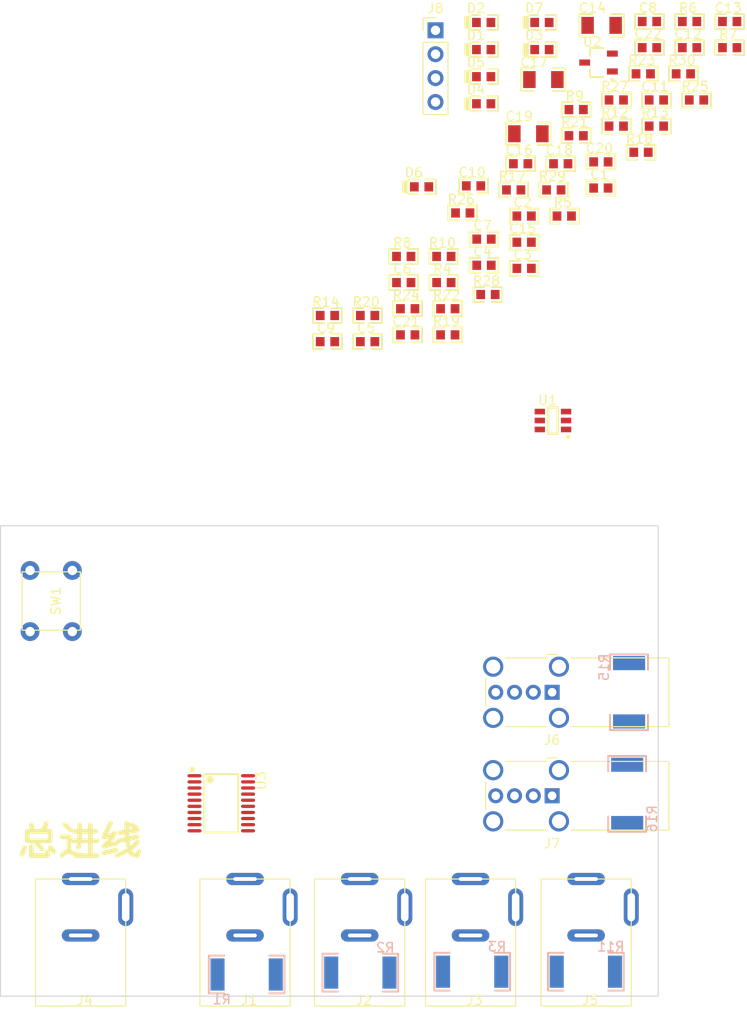
<source format=kicad_pcb>
(kicad_pcb (version 20211014) (generator pcbnew)
  (layers (0 "F.Cu" signal) (31 "B.Cu" signal) (34 "B.Paste" user) (35 "F.Paste" user) (36 "B.SilkS" user "B.Silkscreen") (37 "F.SilkS" user "F.Silkscreen") (38 "B.Mask" user) (39 "F.Mask" user) (44 "Edge.Cuts" user))
  (net 0 "")
  (net 1 "GND")
  (net 2 "+12V")
  (net 3 "Net-(J2-Pad2)")
  (net 4 "Net-(J3-Pad2)")
  (net 5 "/ADC_Current_DC1")
  (net 6 "/ADC_Current_DC2")
  (net 7 "/ADC_Current_DC3")
  (net 8 "+3V3")
  (net 9 "Net-(C8-Pad2)")
  (net 10 "Net-(C9-Pad1)")
  (net 11 "Net-(C9-Pad2)")
  (net 12 "Net-(C10-Pad1)")
  (net 13 "Net-(C10-Pad2)")
  (net 14 "/ADC_Current_USB1")
  (net 15 "/ADC_Current_USB2")
  (net 16 "/ADC_Current_DC4")
  (net 17 "Net-(C15-Pad1)")
  (net 18 "Net-(C15-Pad2)")
  (net 19 "/Key_Config")
  (net 20 "+5V")
  (net 21 "/ADC_Voltate_12V")
  (net 22 "/ADC_Voltage_5V")
  (net 23 "Net-(D1-Pad2)")
  (net 24 "Net-(D2-Pad2)")
  (net 25 "/LED_DC1")
  (net 26 "Net-(D3-Pad2)")
  (net 27 "/LED_DC2")
  (net 28 "Net-(D4-Pad2)")
  (net 29 "/LED_DC3")
  (net 30 "Net-(D5-Pad2)")
  (net 31 "/LED_DC4")
  (net 32 "Net-(D6-Pad2)")
  (net 33 "/LED_USB1")
  (net 34 "Net-(D7-Pad2)")
  (net 35 "/LED_USB2")
  (net 36 "Net-(J1-Pad2)")
  (net 37 "Net-(J5-Pad2)")
  (net 42 "Net-(R7-Pad2)")
  (net 43 "/SCL")
  (net 44 "/SDA")
  (net 45 "Net-(R10-Pad2)")
  (net 46 "Net-(R13-Pad2)")
  (net 47 "Net-(R17-Pad2)")
  (footprint "lc_lib:0603_R" (layer "F.Cu") (at 139.07 80.43)
    (fp_text reference "C5" (at -0.158619 -1.439276) (layer "F.SilkS"))
    (fp_text value "100nF")
    (pad "1" smd rect locked (at -0.77 0) (size 0.93 0.98) (layers "F.Cu" "F.Paste" "F.Mask") (net 1 "GND"))
    (pad "2" smd rect locked (at 0.77 0) (size 0.93 0.98) (layers "F.Cu" "F.Paste" "F.Mask") (net 8 "+3V3"))
  )
  (footprint "lc_lib:0603_R" (layer "F.Cu") (at 158.89 64.3)
    (fp_text reference "R29" (at -0.158619 -1.439276) (layer "F.SilkS"))
    (fp_text value "1k")
    (pad "1" smd rect locked (at -0.77 0) (size 0.93 0.98) (layers "F.Cu" "F.Paste" "F.Mask") (net 20 "+5V"))
    (pad "2" smd rect locked (at 0.77 0) (size 0.93 0.98) (layers "F.Cu" "F.Paste" "F.Mask") (net 22 "/ADC_Voltage_5V"))
  )
  (footprint "lc_lib:0603_R" (layer "F.Cu") (at 169.81 54.74)
    (fp_text reference "C11" (at -0.158619 -1.439276) (layer "F.SilkS"))
    (fp_text value "NC")
    (pad "1" smd rect locked (at -0.77 0) (size 0.93 0.98) (layers "F.Cu" "F.Paste" "F.Mask") (net 14 "/ADC_Current_USB1"))
    (pad "2" smd rect locked (at 0.77 0) (size 0.93 0.98) (layers "F.Cu" "F.Paste" "F.Mask") (net 1 "GND"))
  )
  (footprint "lc_lib:0603_R" (layer "F.Cu") (at 134.8 80.43)
    (fp_text reference "C9" (at -0.158619 -1.439276) (layer "F.SilkS"))
    (fp_text value "1uF")
    (pad "1" smd rect locked (at -0.77 0) (size 0.93 0.98) (layers "F.Cu" "F.Paste" "F.Mask") (net 10 "Net-(C9-Pad1)"))
    (pad "2" smd rect locked (at 0.77 0) (size 0.93 0.98) (layers "F.Cu" "F.Paste" "F.Mask") (net 11 "Net-(C9-Pad2)"))
  )
  (footprint "jld:DC005" (layer "F.Cu") (at 138.23 151.05)
    (fp_text reference "J2" (at 0.44 -0.61) (layer "F.SilkS"))
    (fp_text value "Out-2")
    (pad "1" thru_hole oval locked (at 0 -13.5) (size 4 1.3) (drill oval 2.5 0.4) (layers *.Cu *.Mask) (net 2 "+12V"))
    (pad "2" thru_hole oval locked (at 4.8 -10.5) (size 1.6 4) (drill oval 0.8 3) (layers *.Cu *.Mask) (net 3 "Net-(J2-Pad2)"))
    (pad "2" thru_hole oval locked (at 0 -7.5) (size 4 1.3) (drill oval 2.5 0.4) (layers *.Cu *.Mask) (net 3 "Net-(J2-Pad2)"))
  )
  (footprint "lc_lib:0603_R" (layer "F.Cu") (at 151.46 69.53)
    (fp_text reference "C7" (at -0.158619 -1.439276) (layer "F.SilkS"))
    (fp_text value "100nF")
    (pad "1" smd rect locked (at -0.77 0) (size 0.93 0.98) (layers "F.Cu" "F.Paste" "F.Mask") (net 1 "GND"))
    (pad "2" smd rect locked (at 0.77 0) (size 0.93 0.98) (layers "F.Cu" "F.Paste" "F.Mask") (net 8 "+3V3"))
  )
  (footprint "lc_lib:0603_R" (layer "F.Cu") (at 177.61 49.18)
    (fp_text reference "R7" (at -0.158619 -1.439276) (layer "F.SilkS"))
    (fp_text value "4.7k")
    (pad "1" smd rect locked (at -0.77 0) (size 0.93 0.98) (layers "F.Cu" "F.Paste" "F.Mask") (net 8 "+3V3"))
    (pad "2" smd rect locked (at 0.77 0) (size 0.93 0.98) (layers "F.Cu" "F.Paste" "F.Mask") (net 42 "Net-(R7-Pad2)"))
  )
  (footprint "lc_lib:0603_LED_N1" (layer "F.Cu") (at 151.4266 49.382)
    (fp_text reference "D1" (at -0.825219 -1.516276) (layer "F.SilkS"))
    (fp_text value "LED")
    (pad "1" smd rect locked (at -0.77 0 180) (size 0.93 0.98) (layers "F.Cu" "F.Paste" "F.Mask") (net 1 "GND"))
    (pad "2" smd rect locked (at 0.77 0 180) (size 0.93 0.98) (layers "F.Cu" "F.Paste" "F.Mask") (net 23 "Net-(D1-Pad2)"))
  )
  (footprint "lc_lib:SOT-23-3L" (layer "F.Cu") (at 163.65 50.76)
    (fp_text reference "U2" (at -0.675219 -2.199276) (layer "F.SilkS"))
    (fp_text value "662K")
    (pad "1" smd rect locked (at 1.475 0.95 270) (size 0.65 1.15) (layers "F.Cu" "F.Paste" "F.Mask") (net 1 "GND"))
    (pad "2" smd rect locked (at 1.475 -0.95 270) (size 0.65 1.15) (layers "F.Cu" "F.Paste" "F.Mask") (net 8 "+3V3"))
    (pad "3" smd rect locked (at -1.475 0 270) (size 0.65 1.15) (layers "F.Cu" "F.Paste" "F.Mask") (net 20 "+5V"))
  )
  (footprint "lc_lib:0603_R" (layer "F.Cu") (at 155.73 72.64)
    (fp_text reference "C3" (at -0.158619 -1.439276) (layer "F.SilkS"))
    (fp_text value "NC")
    (pad "1" smd rect locked (at -0.77 0) (size 0.93 0.98) (layers "F.Cu" "F.Paste" "F.Mask") (net 7 "/ADC_Current_DC3"))
    (pad "2" smd rect locked (at 0.77 0) (size 0.93 0.98) (layers "F.Cu" "F.Paste" "F.Mask") (net 1 "GND"))
  )
  (footprint "lc_lib:0603_R" (layer "F.Cu") (at 155.73 69.86)
    (fp_text reference "C15" (at -0.158619 -1.439276) (layer "F.SilkS"))
    (fp_text value "100nF")
    (pad "1" smd rect locked (at -0.77 0) (size 0.93 0.98) (layers "F.Cu" "F.Paste" "F.Mask") (net 17 "Net-(C15-Pad1)"))
    (pad "2" smd rect locked (at 0.77 0) (size 0.93 0.98) (layers "F.Cu" "F.Paste" "F.Mask") (net 18 "Net-(C15-Pad2)"))
  )
  (footprint "lc_lib:0603_R" (layer "F.Cu") (at 168.41 51.96)
    (fp_text reference "R23" (at -0.158619 -1.439276) (layer "F.SilkS"))
    (fp_text value "1k")
    (pad "1" smd rect locked (at -0.77 0) (size 0.93 0.98) (layers "F.Cu" "F.Paste" "F.Mask") (net 8 "+3V3"))
    (pad "2" smd rect locked (at 0.77 0) (size 0.93 0.98) (layers "F.Cu" "F.Paste" "F.Mask") (net 28 "Net-(D4-Pad2)"))
  )
  (footprint "lc_lib:0603_R" (layer "F.Cu") (at 155.73 67.08)
    (fp_text reference "C2" (at -0.158619 -1.439276) (layer "F.SilkS"))
    (fp_text value "NC")
    (pad "1" smd rect locked (at -0.77 0) (size 0.93 0.98) (layers "F.Cu" "F.Paste" "F.Mask") (net 6 "/ADC_Current_DC2"))
    (pad "2" smd rect locked (at 0.77 0) (size 0.93 0.98) (layers "F.Cu" "F.Paste" "F.Mask") (net 1 "GND"))
  )
  (footprint "lc_lib:0603_R" (layer "F.Cu") (at 165.54 54.74)
    (fp_text reference "R27" (at -0.158619 -1.439276) (layer "F.SilkS"))
    (fp_text value "10k")
    (pad "1" smd rect locked (at -0.77 0) (size 0.93 0.98) (layers "F.Cu" "F.Paste" "F.Mask") (net 2 "+12V"))
    (pad "2" smd rect locked (at 0.77 0) (size 0.93 0.98) (layers "F.Cu" "F.Paste" "F.Mask") (net 21 "/ADC_Voltate_12V"))
  )
  (footprint "lc_lib:0603_R" (layer "F.Cu") (at 161.27 58.54)
    (fp_text reference "R21" (at -0.158619 -1.439276) (layer "F.SilkS"))
    (fp_text value "1k")
    (pad "1" smd rect locked (at -0.77 0) (size 0.93 0.98) (layers "F.Cu" "F.Paste" "F.Mask") (net 8 "+3V3"))
    (pad "2" smd rect locked (at 0.77 0) (size 0.93 0.98) (layers "F.Cu" "F.Paste" "F.Mask") (net 24 "Net-(D2-Pad2)"))
  )
  (footprint "lc_lib:0603_R" (layer "F.Cu") (at 172.68 51.96)
    (fp_text reference "R30" (at -0.158619 -1.439276) (layer "F.SilkS"))
    (fp_text value "1.5k")
    (pad "1" smd rect locked (at -0.77 0) (size 0.93 0.98) (layers "F.Cu" "F.Paste" "F.Mask") (net 22 "/ADC_Voltage_5V"))
    (pad "2" smd rect locked (at 0.77 0) (size 0.93 0.98) (layers "F.Cu" "F.Paste" "F.Mask") (net 1 "GND"))
  )
  (footprint "jld:Button_SW_THT_6.2x6.2" (layer "F.Cu") (at 105.4 108 90)
    (fp_text reference "SW1" (at 0 0.5 90) (layer "F.SilkS"))
    (fp_text value "SW_Push")
    (pad "1" thru_hole circle locked (at -3.25 -2.25 90) (size 2 2) (drill 1) (layers *.Cu *.Mask) (net 19 "/Key_Config"))
    (pad "1" thru_hole circle locked (at 3.25 -2.25 90) (size 2 2) (drill 1) (layers *.Cu *.Mask) (net 19 "/Key_Config"))
    (pad "2" thru_hole circle locked (at -3.25 2.25 90) (size 2 2) (drill 1) (layers *.Cu *.Mask) (net 1 "GND"))
    (pad "2" thru_hole circle locked (at 3.25 2.25 90) (size 2 2) (drill 1) (layers *.Cu *.Mask) (net 1 "GND"))
  )
  (footprint "lc_lib:1206_R" (layer "F.Cu") (at 156.18 58.33)
    (fp_text reference "C19" (at -0.978619 -1.849276) (layer "F.SilkS"))
    (fp_text value "22uF")
    (pad "1" smd rect locked (at -1.49 0) (size 1.33 1.8) (layers "F.Cu" "F.Paste" "F.Mask") (net 8 "+3V3"))
    (pad "2" smd rect locked (at 1.49 0) (size 1.33 1.8) (layers "F.Cu" "F.Paste" "F.Mask") (net 1 "GND"))
  )
  (footprint "lc_lib:0603_R" (layer "F.Cu") (at 169.07 46.4)
    (fp_text reference "C8" (at -0.158619 -1.439276) (layer "F.SilkS"))
    (fp_text value "2.2uF")
    (pad "1" smd rect locked (at -0.77 0) (size 0.93 0.98) (layers "F.Cu" "F.Paste" "F.Mask") (net 1 "GND"))
    (pad "2" smd rect locked (at 0.77 0) (size 0.93 0.98) (layers "F.Cu" "F.Paste" "F.Mask") (net 9 "Net-(C8-Pad2)"))
  )
  (footprint "lc_lib:0603_R" (layer "F.Cu") (at 143.34 76.93)
    (fp_text reference "R24" (at -0.158619 -1.439276) (layer "F.SilkS"))
    (fp_text value "1k")
    (pad "1" smd rect locked (at -0.77 0) (size 0.93 0.98) (layers "F.Cu" "F.Paste" "F.Mask") (net 8 "+3V3"))
    (pad "2" smd rect locked (at 0.77 0) (size 0.93 0.98) (layers "F.Cu" "F.Paste" "F.Mask") (net 30 "Net-(D5-Pad2)"))
  )
  (footprint "lc_lib:0603_R" (layer "F.Cu") (at 143.34 79.71)
    (fp_text reference "C21" (at -0.158619 -1.439276) (layer "F.SilkS"))
    (fp_text value "NC")
    (pad "1" smd rect locked (at -0.77 0) (size 0.93 0.98) (layers "F.Cu" "F.Paste" "F.Mask") (net 21 "/ADC_Voltate_12V"))
    (pad "2" smd rect locked (at 0.77 0) (size 0.93 0.98) (layers "F.Cu" "F.Paste" "F.Mask") (net 1 "GND"))
  )
  (footprint "lc_lib:0603_R" (layer "F.Cu") (at 150.35 63.87)
    (fp_text reference "C10" (at -0.158619 -1.439276) (layer "F.SilkS"))
    (fp_text value "1uF")
    (pad "1" smd rect locked (at -0.77 0) (size 0.93 0.98) (layers "F.Cu" "F.Paste" "F.Mask") (net 12 "Net-(C10-Pad1)"))
    (pad "2" smd rect locked (at 0.77 0) (size 0.93 0.98) (layers "F.Cu" "F.Paste" "F.Mask") (net 13 "Net-(C10-Pad2)"))
  )
  (footprint "lc_lib:0603_R" (layer "F.Cu") (at 169.81 57.52)
    (fp_text reference "R13" (at -0.158619 -1.439276) (layer "F.SilkS"))
    (fp_text value "20k")
    (pad "1" smd rect locked (at -0.77 0) (size 0.93 0.98) (layers "F.Cu" "F.Paste" "F.Mask") (net 2 "+12V"))
    (pad "2" smd rect locked (at 0.77 0) (size 0.93 0.98) (layers "F.Cu" "F.Paste" "F.Mask") (net 46 "Net-(R13-Pad2)"))
  )
  (footprint "lc_lib:0603_R" (layer "F.Cu") (at 163.9 61.32)
    (fp_text reference "C20" (at -0.158619 -1.439276) (layer "F.SilkS"))
    (fp_text value "100nF")
    (pad "1" smd rect locked (at -0.77 0) (size 0.93 0.98) (layers "F.Cu" "F.Paste" "F.Mask") (net 8 "+3V3"))
    (pad "2" smd rect locked (at 0.77 0) (size 0.93 0.98) (layers "F.Cu" "F.Paste" "F.Mask") (net 1 "GND"))
  )
  (footprint "lc_lib:0603_R" (layer "F.Cu") (at 177.61 46.4)
    (fp_text reference "C13" (at -0.158619 -1.439276) (layer "F.SilkS"))
    (fp_text value "NC")
    (pad "1" smd rect locked (at -0.77 0) (size 0.93 0.98) (layers "F.Cu" "F.Paste" "F.Mask") (net 16 "/ADC_Current_DC4"))
    (pad "2" smd rect locked (at 0.77 0) (size 0.93 0.98) (layers "F.Cu" "F.Paste" "F.Mask") (net 1 "GND"))
  )
  (footprint "lc_lib:0603_R" (layer "F.Cu") (at 142.92 74.15)
    (fp_text reference "C6" (at -0.158619 -1.439276) (layer "F.SilkS"))
    (fp_text value "4.7uF")
    (pad "1" smd rect locked (at -0.77 0) (size 0.93 0.98) (layers "F.Cu" "F.Paste" "F.Mask") (net 1 "GND"))
    (pad "2" smd rect locked (at 0.77 0) (size 0.93 0.98) (layers "F.Cu" "F.Paste" "F.Mask") (net 8 "+3V3"))
  )
  (footprint "lc_lib:0603_R" (layer "F.Cu") (at 163.9 64.1)
    (fp_text reference "C1" (at -0.158619 -1.439276) (layer "F.SilkS"))
    (fp_text value "NC")
    (pad "1" smd rect locked (at -0.77 0) (size 0.93 0.98) (layers "F.Cu" "F.Paste" "F.Mask") (net 5 "/ADC_Current_DC1"))
    (pad "2" smd rect locked (at 0.77 0) (size 0.93 0.98) (layers "F.Cu" "F.Paste" "F.Mask") (net 1 "GND"))
  )
  (footprint "lc_lib:0603_R" (layer "F.Cu") (at 159.63 61.52)
    (fp_text reference "C18" (at -0.158619 -1.439276) (layer "F.SilkS"))
    (fp_text value "100nF")
    (pad "1" smd rect locked (at -0.77 0) (size 0.93 0.98) (layers "F.Cu" "F.Paste" "F.Mask") (net 20 "+5V"))
    (pad "2" smd rect locked (at 0.77 0) (size 0.93 0.98) (layers "F.Cu" "F.Paste" "F.Mask") (net 1 "GND"))
  )
  (footprint "lc_lib:0603_R" (layer "F.Cu") (at 173.34 46.4)
    (fp_text reference "R6" (at -0.158619 -1.439276) (layer "F.SilkS"))
    (fp_text value "1k")
    (pad "1" smd rect locked (at -0.77 0) (size 0.93 0.98) (layers "F.Cu" "F.Paste" "F.Mask") (net 4 "Net-(J3-Pad2)"))
    (pad "2" smd rect locked (at 0.77 0) (size 0.93 0.98) (layers "F.Cu" "F.Paste" "F.Mask") (net 7 "/ADC_Current_DC3"))
  )
  (footprint "lc_lib:0603_R" (layer "F.Cu") (at 161.27 55.76)
    (fp_text reference "R9" (at -0.158619 -1.439276) (layer "F.SilkS"))
    (fp_text value "4.7k")
    (pad "1" smd rect locked (at -0.77 0) (size 0.93 0.98) (layers "F.Cu" "F.Paste" "F.Mask") (net 8 "+3V3"))
    (pad "2" smd rect locked (at 0.77 0) (size 0.93 0.98) (layers "F.Cu" "F.Paste" "F.Mask") (net 44 "/SDA"))
  )
  (footprint "lc_lib:0603_R" (layer "F.Cu") (at 168.17 60.3)
    (fp_text reference "R18" (at -0.158619 -1.439276) (layer "F.SilkS"))
    (fp_text value "20k")
    (pad "1" smd rect locked (at -0.77 0) (size 0.93 0.98) (layers "F.Cu" "F.Paste" "F.Mask") (net 47 "Net-(R17-Pad2)"))
    (pad "2" smd rect locked (at 0.77 0) (size 0.93 0.98) (layers "F.Cu" "F.Paste" "F.Mask") (net 1 "GND"))
  )
  (footprint "lc_lib:0603_R" (layer "F.Cu") (at 173.34 49.18)
    (fp_text reference "C12" (at -0.158619 -1.439276) (layer "F.SilkS"))
    (fp_text value "NC")
    (pad "1" smd rect locked (at -0.77 0) (size 0.93 0.98) (layers "F.Cu" "F.Paste" "F.Mask") (net 15 "/ADC_Current_USB2"))
    (pad "2" smd rect locked (at 0.77 0) (size 0.93 0.98) (layers "F.Cu" "F.Paste" "F.Mask") (net 1 "GND"))
  )
  (footprint "jld:DC005" (layer "F.Cu") (at 108.53 151.05)
    (fp_text reference "J4" (at 0.44 -0.61) (layer "F.SilkS"))
    (fp_text value "DC-IN")
    (pad "1" thru_hole oval locked (at 0 -13.5) (size 4 1.3) (drill oval 2.5 0.4) (layers *.Cu *.Mask) (net 2 "+12V"))
    (pad "2" thru_hole oval locked (at 0 -7.5) (size 4 1.3) (drill oval 2.5 0.4) (layers *.Cu *.Mask) (net 1 "GND"))
    (pad "2" thru_hole oval locked (at 4.8 -10.5) (size 1.6 4) (drill oval 0.8 3) (layers *.Cu *.Mask) (net 1 "GND"))
  )
  (footprint "lc_lib:0603_LED_N1" (layer "F.Cu") (at 157.6266 46.502)
    (fp_text reference "D7" (at -0.825219 -1.516276) (layer "F.SilkS"))
    (fp_text value "LED")
    (pad "1" smd rect locked (at -0.77 0 180) (size 0.93 0.98) (layers "F.Cu" "F.Paste" "F.Mask") (net 35 "/LED_USB2"))
    (pad "2" smd rect locked (at 0.77 0 180) (size 0.93 0.98) (layers "F.Cu" "F.Paste" "F.Mask") (net 34 "Net-(D7-Pad2)"))
  )
  (footprint "lc_lib:0603_R" (layer "F.Cu") (at 134.8 77.65)
    (fp_text reference "R14" (at -0.158619 -1.439276) (layer "F.SilkS"))
    (fp_text value "10k")
    (pad "1" smd rect locked (at -0.77 0) (size 0.93 0.98) (layers "F.Cu" "F.Paste" "F.Mask") (net 46 "Net-(R13-Pad2)"))
    (pad "2" smd rect locked (at 0.77 0) (size 0.93 0.98) (layers "F.Cu" "F.Paste" "F.Mask") (net 1 "GND"))
  )
  (footprint "lc_lib:0603_R" (layer "F.Cu") (at 151.46 72.31)
    (fp_text reference "C4" (at -0.158619 -1.439276) (layer "F.SilkS"))
    (fp_text value "4.7uF")
    (pad "1" smd rect locked (at -0.77 0) (size 0.93 0.98) (layers "F.Cu" "F.Paste" "F.Mask") (net 1 "GND"))
    (pad "2" smd rect locked (at 0.77 0) (size 0.93 0.98) (layers "F.Cu" "F.Paste" "F.Mask") (net 8 "+3V3"))
  )
  (footprint "lc_lib:0603_R" (layer "F.Cu") (at 147.19 71.37)
    (fp_text reference "R10" (at -0.158619 -1.439276) (layer "F.SilkS"))
    (fp_text value "560k")
    (pad "1" smd rect locked (at -0.77 0) (size 0.93 0.98) (layers "F.Cu" "F.Paste" "F.Mask") (net 1 "GND"))
    (pad "2" smd rect locked (at 0.77 0) (size 0.93 0.98) (layers "F.Cu" "F.Paste" "F.Mask") (net 45 "Net-(R10-Pad2)"))
  )
  (footprint "jld:DC005" (layer "F.Cu") (at 126.03 151.05)
    (fp_text reference "J1" (at 0.44 -0.61) (layer "F.SilkS"))
    (fp_text value "Out-1")
    (pad "1" thru_hole oval locked (at 0 -13.5) (size 4 1.3) (drill oval 2.5 0.4) (layers *.Cu *.Mask) (net 2 "+12V"))
    (pad "2" thru_hole oval locked (at 4.8 -10.5) (size 1.6 4) (drill oval 0.8 3) (layers *.Cu *.Mask) (net 36 "Net-(J1-Pad2)"))
    (pad "2" thru_hole oval locked (at 0 -7.5) (size 4 1.3) (drill oval 2.5 0.4) (layers *.Cu *.Mask) (net 36 "Net-(J1-Pad2)"))
  )
  (footprint "Connector_USB:USB_A_Wuerth_614004134726_Horizontal" (layer "F.Cu") (at 158.71 117.7 180)
    (fp_text reference "J6" (at 0 -5.08) (layer "F.SilkS"))
    (fp_text value "USB_A")
    (pad "1" thru_hole rect (at 0 0 180) (size 1.6 1.6) (drill 0.92) (layers *.Cu *.Mask) (net 20 "+5V"))
    (pad "2" thru_hole circle (at 2 0 180) (size 1.6 1.6) (drill 0.92) (layers *.Cu *.Mask))
    (pad "3" thru_hole circle (at 4 0 180) (size 1.6 1.6) (drill 0.92) (layers *.Cu *.Mask))
    (pad "4" thru_hole circle (at 6 0 180) (size 1.6 1.6) (drill 0.92) (layers *.Cu *.Mask) (net 14 "/ADC_Current_USB1"))
    (pad "5" thru_hole circle (at -0.73 -2.72 180) (size 2.15 2.15) (drill 1.5) (layers *.Cu *.Mask) (net 14 "/ADC_Current_USB1"))
    (pad "5" thru_hole circle (at 6.27 2.72 180) (size 2.15 2.15) (drill 1.5) (layers *.Cu *.Mask) (net 14 "/ADC_Current_USB1"))
    (pad "5" thru_hole circle (at -0.73 2.72 180) (size 2.15 2.15) (drill 1.5) (layers *.Cu *.Mask) (net 14 "/ADC_Current_USB1"))
    (pad "5" thru_hole circle (at 6.27 -2.72 180) (size 2.15 2.15) (drill 1.5) (layers *.Cu *.Mask) (net 14 "/ADC_Current_USB1"))
  )
  (footprint "lc_lib:0603_R" (layer "F.Cu") (at 142.92 71.37)
    (fp_text reference "R8" (at -0.158619 -1.439276) (layer "F.SilkS"))
    (fp_text value "4.7k")
    (pad "1" smd rect locked (at -0.77 0) (size 0.93 0.98) (layers "F.Cu" "F.Paste" "F.Mask") (net 8 "+3V3"))
    (pad "2" smd rect locked (at 0.77 0) (size 0.93 0.98) (layers "F.Cu" "F.Paste" "F.Mask") (net 43 "/SCL"))
  )
  (footprint "lc_lib:0603_R" (layer "F.Cu") (at 151.88 75.42)
    (fp_text reference "R28" (at -0.158619 -1.439276) (layer "F.SilkS"))
    (fp_text value "1k")
    (pad "1" smd rect locked (at -0.77 0) (size 0.93 0.98) (layers "F.Cu" "F.Paste" "F.Mask") (net 21 "/ADC_Voltate_12V"))
    (pad "2" smd rect locked (at 0.77 0) (size 0.93 0.98) (layers "F.Cu" "F.Paste" "F.Mask") (net 1 "GND"))
  )
  (footprint "jld:DC005" (layer "F.Cu") (at 162.33 151.05)
    (fp_text reference "J5" (at 0.44 -0.61) (layer "F.SilkS"))
    (fp_text value "Out-4")
    (pad "1" thru_hole oval locked (at 0 -13.5) (size 4 1.3) (drill oval 2.5 0.4) (layers *.Cu *.Mask) (net 2 "+12V"))
    (pad "2" thru_hole oval locked (at 0 -7.5) (size 4 1.3) (drill oval 2.5 0.4) (layers *.Cu *.Mask) (net 37 "Net-(J5-Pad2)"))
    (pad "2" thru_hole oval locked (at 4.8 -10.5) (size 1.6 4) (drill oval 0.8 3) (layers *.Cu *.Mask) (net 37 "Net-(J5-Pad2)"))
  )
  (footprint "lc_lib:SOT-23-6" (layer "F.Cu") (at 158.8 88.8125)
    (fp_text reference "U1" (at -0.575219 -2.149276) (layer "F.SilkS"))
    (fp_text value "MT2492")
    (pad "1" smd rect locked (at 1.4 0.95 270) (size 0.6 1.1) (layers "F.Cu" "F.Paste" "F.Mask") (net 17 "Net-(C15-Pad1)"))
    (pad "2" smd rect locked (at 1.4 0 270) (size 0.6 1.1) (layers "F.Cu" "F.Paste" "F.Mask") (net 1 "GND"))
    (pad "3" smd rect locked (at 1.4 -0.95 270) (size 0.6 1.1) (layers "F.Cu" "F.Paste" "F.Mask") (net 47 "Net-(R17-Pad2)"))
    (pad "4" smd rect locked (at -1.4 -0.95 270) (size 0.6 1.1) (layers "F.Cu" "F.Paste" "F.Mask") (net 46 "Net-(R13-Pad2)"))
    (pad "5" smd rect locked (at -1.4 0 270) (size 0.6 1.1) (layers "F.Cu" "F.Paste" "F.Mask") (net 2 "+12V"))
    (pad "6" smd rect locked (at -1.4 0.95 270) (size 0.6 1.1) (layers "F.Cu" "F.Paste" "F.Mask") (net 18 "Net-(C15-Pad2)"))
  )
  (footprint "Connector_USB:USB_A_Wuerth_614004134726_Horizontal" (layer "F.Cu") (at 158.71 128.7 180)
    (fp_text reference "J7" (at 0 -5.08) (layer "F.SilkS"))
    (fp_text value "USB_A")
    (pad "1" thru_hole rect (at 0 0 180) (size 1.6 1.6) (drill 0.92) (layers *.Cu *.Mask) (net 20 "+5V"))
    (pad "2" thru_hole circle (at 2 0 180) (size 1.6 1.6) (drill 0.92) (layers *.Cu *.Mask))
    (pad "3" thru_hole circle (at 4 0 180) (size 1.6 1.6) (drill 0.92) (layers *.Cu *.Mask))
    (pad "4" thru_hole circle (at 6 0 180) (size 1.6 1.6) (drill 0.92) (layers *.Cu *.Mask) (net 15 "/ADC_Current_USB2"))
    (pad "5" thru_hole circle (at 6.27 2.72 180) (size 2.15 2.15) (drill 1.5) (layers *.Cu *.Mask) (net 15 "/ADC_Current_USB2"))
    (pad "5" thru_hole circle (at -0.73 -2.72 180) (size 2.15 2.15) (drill 1.5) (layers *.Cu *.Mask) (net 15 "/ADC_Current_USB2"))
    (pad "5" thru_hole circle (at -0.73 2.72 180) (size 2.15 2.15) (drill 1.5) (layers *.Cu *.Mask) (net 15 "/ADC_Current_USB2"))
    (pad "5" thru_hole circle (at 6.27 -2.72 180) (size 2.15 2.15) (drill 1.5) (layers *.Cu *.Mask) (net 15 "/ADC_Current_USB2"))
  )
  (footprint "lc_lib:0603_LED_N1" (layer "F.Cu") (at 151.4266 46.502)
    (fp_text reference "D2" (at -0.825219 -1.516276) (layer "F.SilkS"))
    (fp_text value "LED")
    (pad "1" smd rect locked (at -0.77 0 180) (size 0.93 0.98) (layers "F.Cu" "F.Paste" "F.Mask") (net 25 "/LED_DC1"))
    (pad "2" smd rect locked (at 0.77 0 180) (size 0.93 0.98) (layers "F.Cu" "F.Paste" "F.Mask") (net 24 "Net-(D2-Pad2)"))
  )
  (footprint "lc_lib:0603_R" (layer "F.Cu") (at 155.36 61.52)
    (fp_text reference "C16" (at -0.158619 -1.439276) (layer "F.SilkS"))
    (fp_text value "100nF")
    (pad "1" smd rect locked (at -0.77 0) (size 0.93 0.98) (layers "F.Cu" "F.Paste" "F.Mask") (net 19 "/Key_Config"))
    (pad "2" smd rect locked (at 0.77 0) (size 0.93 0.98) (layers "F.Cu" "F.Paste" "F.Mask") (net 1 "GND"))
  )
  (footprint "lc_lib:0603_LED_N1" (layer "F.Cu") (at 157.6266 49.382)
    (fp_text reference "D3" (at -0.825219 -1.516276) (layer "F.SilkS"))
    (fp_text value "LED")
    (pad "1" smd rect locked (at -0.77 0 180) (size 0.93 0.98) (layers "F.Cu" "F.Paste" "F.Mask") (net 27 "/LED_DC2"))
    (pad "2" smd rect locked (at 0.77 0 180) (size 0.93 0.98) (layers "F.Cu" "F.Paste" "F.Mask") (net 26 "Net-(D3-Pad2)"))
  )
  (footprint "lc_lib:0603_R" (layer "F.Cu") (at 174.08 54.74)
    (fp_text reference "R25" (at -0.158619 -1.439276) (layer "F.SilkS"))
    (fp_text value "1k")
    (pad "1" smd rect locked (at -0.77 0) (size 0.93 0.98) (layers "F.Cu" "F.Paste" "F.Mask") (net 8 "+3V3"))
    (pad "2" smd rect locked (at 0.77 0) (size 0.93 0.98) (layers "F.Cu" "F.Paste" "F.Mask") (net 32 "Net-(D6-Pad2)"))
  )
  (footprint "lc_lib:1206_R" (layer "F.Cu") (at 157.78 52.57)
    (fp_text reference "C17" (at -0.978619 -1.849276) (layer "F.SilkS"))
    (fp_text value "22uF")
    (pad "1" smd rect locked (at -1.49 0) (size 1.33 1.8) (layers "F.Cu" "F.Paste" "F.Mask") (net 20 "+5V"))
    (pad "2" smd rect locked (at 1.49 0) (size 1.33 1.8) (layers "F.Cu" "F.Paste" "F.Mask") (net 1 "GND"))
  )
  (footprint "lc_lib:0603_R" (layer "F.Cu") (at 147.19 74.15)
    (fp_text reference "R4" (at -0.158619 -1.439276) (layer "F.SilkS"))
    (fp_text value "1k")
    (pad "1" smd rect locked (at -0.77 0) (size 0.93 0.98) (layers "F.Cu" "F.Paste" "F.Mask") (net 36 "Net-(J1-Pad2)"))
    (pad "2" smd rect locked (at 0.77 0) (size 0.93 0.98) (layers "F.Cu" "F.Paste" "F.Mask") (net 5 "/ADC_Current_DC1"))
  )
  (footprint "lc_lib:0603_R" (layer "F.Cu") (at 147.61 79.71)
    (fp_text reference "R19" (at -0.158619 -1.439276) (layer "F.SilkS"))
    (fp_text value "4.7k")
    (pad "1" smd rect locked (at -0.77 0) (size 0.93 0.98) (layers "F.Cu" "F.Paste" "F.Mask") (net 8 "+3V3"))
    (pad "2" smd rect locked (at 0.77 0) (size 0.93 0.98) (layers "F.Cu" "F.Paste" "F.Mask") (net 19 "/Key_Config"))
  )
  (footprint "jld:DC005" (layer "F.Cu") (at 150.03 151.05)
    (fp_text reference "J3" (at 0.44 -0.61) (layer "F.SilkS"))
    (fp_text value "Out-3")
    (pad "1" thru_hole oval locked (at 0 -13.5) (size 4 1.3) (drill oval 2.5 0.4) (layers *.Cu *.Mask) (net 2 "+12V"))
    (pad "2" thru_hole oval locked (at 0 -7.5) (size 4 1.3) (drill oval 2.5 0.4) (layers *.Cu *.Mask) (net 4 "Net-(J3-Pad2)"))
    (pad "2" thru_hole oval locked (at 4.8 -10.5) (size 1.6 4) (drill oval 0.8 3) (layers *.Cu *.Mask) (net 4 "Net-(J3-Pad2)"))
  )
  (footprint "lc_lib:0603_R" (layer "F.Cu") (at 154.62 64.3)
    (fp_text reference "R17" (at -0.158619 -1.439276) (layer "F.SilkS"))
    (fp_text value "15k")
    (pad "1" smd rect locked (at -0.77 0) (size 0.93 0.98) (layers "F.Cu" "F.Paste" "F.Mask") (net 20 "+5V"))
    (pad "2" smd rect locked (at 0.77 0) (size 0.93 0.98) (layers "F.Cu" "F.Paste" "F.Mask") (net 47 "Net-(R17-Pad2)"))
  )
  (footprint "lc_lib:0603_LED_N1" (layer "F.Cu") (at 144.8166 63.972)
    (fp_text reference "D6" (at -0.825219 -1.516276) (layer "F.SilkS"))
    (fp_text value "LED")
    (pad "1" smd rect locked (at -0.77 0 180) (size 0.93 0.98) (layers "F.Cu" "F.Paste" "F.Mask") (net 33 "/LED_USB1"))
    (pad "2" smd rect locked (at 0.77 0 180) (size 0.93 0.98) (layers "F.Cu" "F.Paste" "F.Mask") (net 32 "Net-(D6-Pad2)"))
  )
  (footprint "lc_lib:TSSOP-20" (layer "F.Cu") (at 123.5 129.5 -90)
    (fp_text reference "U3" (at -2.423619 -4.250876 90) (layer "F.SilkS"))
    (fp_text value "STC8H1K08_TSSOP20")
    (pad "1" smd oval locked (at -2.925 2.85 90) (size 0.35 1.5) (layers "F.Cu" "F.Paste" "F.Mask") (net 44 "/SDA"))
    (pad "2" smd oval locked (at -2.275 2.85 90) (size 0.35 1.5) (layers "F.Cu" "F.Paste" "F.Mask") (net 43 "/SCL"))
    (pad "3" smd oval locked (at -1.625 2.85 90) (size 0.35 1.5) (layers "F.Cu" "F.Paste" "F.Mask") (net 25 "/LED_DC1"))
    (pad "4" smd oval locked (at -0.975 2.85 90) (size 0.35 1.5) (layers "F.Cu" "F.Paste" "F.Mask") (net 27 "/LED_DC2"))
    (pad "5" smd oval locked (at -0.325 2.85 90) (size 0.35 1.5) (layers "F.Cu" "F.Paste" "F.Mask") (net 29 "/LED_DC3"))
    (pad "6" smd oval locked (at 0.325 2.85 90) (size 0.35 1.5) (layers "F.Cu" "F.Paste" "F.Mask") (net 31 "/LED_DC4"))
    (pad "7" smd oval locked (at 0.975 2.85 90) (size 0.35 1.5) (layers "F.Cu" "F.Paste" "F.Mask") (net 33 "/LED_USB1"))
    (pad "8" smd oval locked (at 1.625 2.85 90) (size 0.35 1.5) (layers "F.Cu" "F.Paste" "F.Mask") (net 8 "+3V3"))
    (pad "9" smd oval locked (at 2.275 2.85 90) (size 0.35 1.5) (layers "F.Cu" "F.Paste" "F.Mask") (net 8 "+3V3"))
    (pad "10" smd oval locked (at 2.925 2.85 90) (size 0.35 1.5) (layers "F.Cu" "F.Paste" "F.Mask") (net 1 "GND"))
    (pad "11" smd oval locked (at 2.925 -2.85 90) (size 0.35 1.5) (layers "F.Cu" "F.Paste" "F.Mask") (net 22 "/ADC_Voltage_5V"))
    (pad "12" smd oval locked (at 2.275 -2.85 90) (size 0.35 1.5) (layers "F.Cu" "F.Paste" "F.Mask") (net 19 "/Key_Config"))
    (pad "13" smd oval locked (at 1.625 -2.85 90) (size 0.35 1.5) (layers "F.Cu" "F.Paste" "F.Mask") (net 15 "/ADC_Current_USB2"))
    (pad "14" smd oval locked (at 0.975 -2.85 90) (size 0.35 1.5) (layers "F.Cu" "F.Paste" "F.Mask") (net 14 "/ADC_Current_USB1"))
    (pad "15" smd oval locked (at 0.325 -2.85 90) (size 0.35 1.5) (layers "F.Cu" "F.Paste" "F.Mask") (net 16 "/ADC_Current_DC4"))
    (pad "16" smd oval locked (at -0.325 -2.85 90) (size 0.35 1.5) (layers "F.Cu" "F.Paste" "F.Mask") (net 7 "/ADC_Current_DC3"))
    (pad "17" smd oval locked (at -0.975 -2.85 90) (size 0.35 1.5) (layers "F.Cu" "F.Paste" "F.Mask") (net 6 "/ADC_Current_DC2"))
    (pad "18" smd oval locked (at -1.625 -2.85 90) (size 0.35 1.5) (layers "F.Cu" "F.Paste" "F.Mask") (net 35 "/LED_USB2"))
    (pad "19" smd oval locked (at -2.275 -2.85 90) (size 0.35 1.5) (layers "F.Cu" "F.Paste" "F.Mask") (net 5 "/ADC_Current_DC1"))
    (pad "20" smd oval locked (at -2.925 -2.85 90) (size 0.35 1.5) (layers "F.Cu" "F.Paste" "F.Mask") (net 21 "/ADC_Voltate_12V"))
  )
  (footprint "lc_lib:0603_R" (layer "F.Cu") (at 147.61 76.93)
    (fp_text reference "R22" (at -0.158619 -1.439276) (layer "F.SilkS"))
    (fp_text value "1k")
    (pad "1" smd rect locked (at -0.77 0) (size 0.93 0.98) (layers "F.Cu" "F.Paste" "F.Mask") (net 8 "+3V3"))
    (pad "2" smd rect locked (at 0.77 0) (size 0.93 0.98) (layers "F.Cu" "F.Paste" "F.Mask") (net 26 "Net-(D3-Pad2)"))
  )
  (footprint "lc_lib:1206_R" (layer "F.Cu") (at 163.98 46.81)
    (fp_text reference "C14" (at -0.978619 -1.849276) (layer "F.SilkS"))
    (fp_text value "22uF")
    (pad "1" smd rect locked (at -1.49 0) (size 1.33 1.8) (layers "F.Cu" "F.Paste" "F.Mask") (net 2 "+12V"))
    (pad "2" smd rect locked (at 1.49 0) (size 1.33 1.8) (layers "F.Cu" "F.Paste" "F.Mask") (net 1 "GND"))
  )
  (footprint "Connector_PinHeader_2.54mm:PinHeader_1x04_P2.54mm_Vertical" (layer "F.Cu") (at 146.3 47.335)
    (fp_text reference "J8" (at 0 -2.33) (layer "F.SilkS"))
    (fp_text value "Conn_01x04")
    (pad "1" thru_hole rect (at 0 0) (size 1.7 1.7) (drill 1) (layers *.Cu *.Mask) (net 20 "+5V"))
    (pad "2" thru_hole oval (at 0 2.54) (size 1.7 1.7) (drill 1) (layers *.Cu *.Mask) (net 1 "GND"))
    (pad "3" thru_hole oval (at 0 5.08) (size 1.7 1.7) (drill 1) (layers *.Cu *.Mask) (net 19 "/Key_Config"))
    (pad "4" thru_hole oval (at 0 7.62) (size 1.7 1.7) (drill 1) (layers *.Cu *.Mask) (net 22 "/ADC_Voltage_5V"))
  )
  (footprint "lc_lib:0603_R" (layer "F.Cu") (at 139.07 77.65)
    (fp_text reference "R20" (at -0.158619 -1.439276) (layer "F.SilkS"))
    (fp_text value "4.7k")
    (pad "1" smd rect locked (at -0.77 0) (size 0.93 0.98) (layers "F.Cu" "F.Paste" "F.Mask") (net 2 "+12V"))
    (pad "2" smd rect locked (at 0.77 0) (size 0.93 0.98) (layers "F.Cu" "F.Paste" "F.Mask") (net 23 "Net-(D1-Pad2)"))
  )
  (footprint "lc_lib:0603_R" (layer "F.Cu") (at 160 67.08)
    (fp_text reference "R5" (at -0.158619 -1.439276) (layer "F.SilkS"))
    (fp_text value "1k")
    (pad "1" smd rect locked (at -0.77 0) (size 0.93 0.98) (layers "F.Cu" "F.Paste" "F.Mask") (net 3 "Net-(J2-Pad2)"))
    (pad "2" smd rect locked (at 0.77 0) (size 0.93 0.98) (layers "F.Cu" "F.Paste" "F.Mask") (net 6 "/ADC_Current_DC2"))
  )
  (footprint "lc_lib:0603_R" (layer "F.Cu") (at 165.54 57.52)
    (fp_text reference "R12" (at -0.158619 -1.439276) (layer "F.SilkS"))
    (fp_text value "1k")
    (pad "1" smd rect locked (at -0.77 0) (size 0.93 0.98) (layers "F.Cu" "F.Paste" "F.Mask") (net 37 "Net-(J5-Pad2)"))
    (pad "2" smd rect locked (at 0.77 0) (size 0.93 0.98) (layers "F.Cu" "F.Paste" "F.Mask") (net 16 "/ADC_Current_DC4"))
  )
  (footprint "lc_lib:0603_LED_N1" (layer "F.Cu") (at 151.4266 52.262)
    (fp_text reference "D5" (at -0.825219 -1.516276) (layer "F.SilkS"))
    (fp_text value "LED")
    (pad "1" smd rect locked (at -0.77 0 180) (size 0.93 0.98) (layers "F.Cu" "F.Paste" "F.Mask") (net 31 "/LED_DC4"))
    (pad "2" smd rect locked (at 0.77 0 180) (size 0.93 0.98) (layers "F.Cu" "F.Paste" "F.Mask") (net 30 "Net-(D5-Pad2)"))
  )
  (footprint "lc_lib:0603_LED_N1" (layer "F.Cu") (at 151.4266 55.142)
    (fp_text reference "D4" (at -0.825219 -1.516276) (layer "F.SilkS"))
    (fp_text value "LED")
    (pad "1" smd rect locked (at -0.77 0 180) (size 0.93 0.98) (layers "F.Cu" "F.Paste" "F.Mask") (net 29 "/LED_DC3"))
    (pad "2" smd rect locked (at 0.77 0 180) (size 0.93 0.98) (layers "F.Cu" "F.Paste" "F.Mask") (net 28 "Net-(D4-Pad2)"))
  )
  (footprint "lc_lib:0603_R" (layer "F.Cu") (at 149.2 66.75)
    (fp_text reference "R26" (at -0.158619 -1.439276) (layer "F.SilkS"))
    (fp_text value "1k")
    (pad "1" smd rect locked (at -0.77 0) (size 0.93 0.98) (layers "F.Cu" "F.Paste" "F.Mask") (net 8 "+3V3"))
    (pad "2" smd rect locked (at 0.77 0) (size 0.93 0.98) (layers "F.Cu" "F.Paste" "F.Mask") (net 34 "Net-(D7-Pad2)"))
  )
  (footprint "lc_lib:0603_R" (layer "F.Cu") (at 169.07 49.18)
    (fp_text reference "C22" (at -0.158619 -1.439276) (layer "F.SilkS"))
    (fp_text value "NC")
    (pad "1" smd rect locked (at -0.77 0) (size 0.93 0.98) (layers "F.Cu" "F.Paste" "F.Mask") (net 22 "/ADC_Voltage_5V"))
    (pad "2" smd rect locked (at 0.77 0) (size 0.93 0.98) (layers "F.Cu" "F.Paste" "F.Mask") (net 1 "GND"))
  )
  (footprint "lc_lib:2512_R" (layer "B.Cu") (at 166.7 128.5 90)
    (fp_text reference "R16" (at -2.648619 2.659276 90) (layer "B.SilkS") (effects (justify mirror)))
    (fp_text value "1R/2W/%1")
    (pad "1" smd rect locked (at -3.1 0 90) (size 1.5 3.42) (layers "B.Cu" "B.Paste" "B.Mask") (net 15 "/ADC_Current_USB2"))
    (pad "2" smd rect locked (at 3.1 0 90) (size 1.5 3.42) (layers "B.Cu" "B.Paste" "B.Mask") (net 1 "GND"))
  )
  (footprint "lc_lib:2512_R" (layer "B.Cu") (at 162.3 147.4 180)
    (fp_text reference "R11" (at -2.648619 2.659276) (layer "B.SilkS") (effects (justify mirror)))
    (fp_text value "1R/2W/%1")
    (pad "1" smd rect locked (at -3.1 0 180) (size 1.5 3.42) (layers "B.Cu" "B.Paste" "B.Mask") (net 1 "GND"))
    (pad "2" smd rect locked (at 3.1 0 180) (size 1.5 3.42) (layers "B.Cu" "B.Paste" "B.Mask") (net 37 "Net-(J5-Pad2)"))
  )
  (footprint "lc_lib:2512_R" (layer "B.Cu") (at 126.2 147.7)
    (fp_text reference "R1" (at -2.648619 2.659276) (layer "B.SilkS") (effects (justify mirror)))
    (fp_text value "1R/2W/%1")
    (pad "1" smd rect locked (at -3.1 0) (size 1.5 3.42) (layers "B.Cu" "B.Paste" "B.Mask") (net 1 "GND"))
    (pad "2" smd rect locked (at 3.1 0) (size 1.5 3.42) (layers "B.Cu" "B.Paste" "B.Mask") (net 36 "Net-(J1-Pad2)"))
  )
  (footprint "lc_lib:2512_R" (layer "B.Cu") (at 150.2 147.4 180)
    (fp_text reference "R3" (at -2.648619 2.659276) (layer "B.SilkS") (effects (justify mirror)))
    (fp_text value "1R/2W/%1")
    (pad "1" smd rect locked (at -3.1 0 180) (size 1.5 3.42) (layers "B.Cu" "B.Paste" "B.Mask") (net 1 "GND"))
    (pad "2" smd rect locked (at 3.1 0 180) (size 1.5 3.42) (layers "B.Cu" "B.Paste" "B.Mask") (net 4 "Net-(J3-Pad2)"))
  )
  (footprint "lc_lib:2512_R" (layer "B.Cu") (at 166.9 117.7 -90)
    (fp_text reference "R15" (at -2.648619 2.659276 90) (layer "B.SilkS") (effects (justify mirror)))
    (fp_text value "1R/2W/%1")
    (pad "1" smd rect locked (at -3.1 0 270) (size 1.5 3.42) (layers "B.Cu" "B.Paste" "B.Mask") (net 14 "/ADC_Current_USB1"))
    (pad "2" smd rect locked (at 3.1 0 270) (size 1.5 3.42) (layers "B.Cu" "B.Paste" "B.Mask") (net 1 "GND"))
  )
  (footprint "lc_lib:2512_R" (layer "B.Cu") (at 138.3 147.5 180)
    (fp_text reference "R2" (at -2.648619 2.659276) (layer "B.SilkS") (effects (justify mirror)))
    (fp_text value "1R/2W/%1")
    (pad "1" smd rect locked (at -3.1 0 180) (size 1.5 3.42) (layers "B.Cu" "B.Paste" "B.Mask") (net 1 "GND"))
    (pad "2" smd rect locked (at 3.1 0 180) (size 1.5 3.42) (layers "B.Cu" "B.Paste" "B.Mask") (net 3 "Net-(J2-Pad2)"))
  )
  (gr_line (start 100 100) (end 170 100) (layer "Edge.Cuts") (width 0.1))
  (gr_line (start 170 150) (end 170 100) (layer "Edge.Cuts") (width 0.1))
  (gr_line (start 100 150) (end 170 150) (layer "Edge.Cuts") (width 0.1))
  (gr_line (start 100 100) (end 100 150) (layer "Edge.Cuts") (width 0.1))
  (gr_text "总进线" (at 108.5 133.7) (layer "F.SilkS") (effects (font (size 3 3) (thickness 0.5))))
)
</source>
